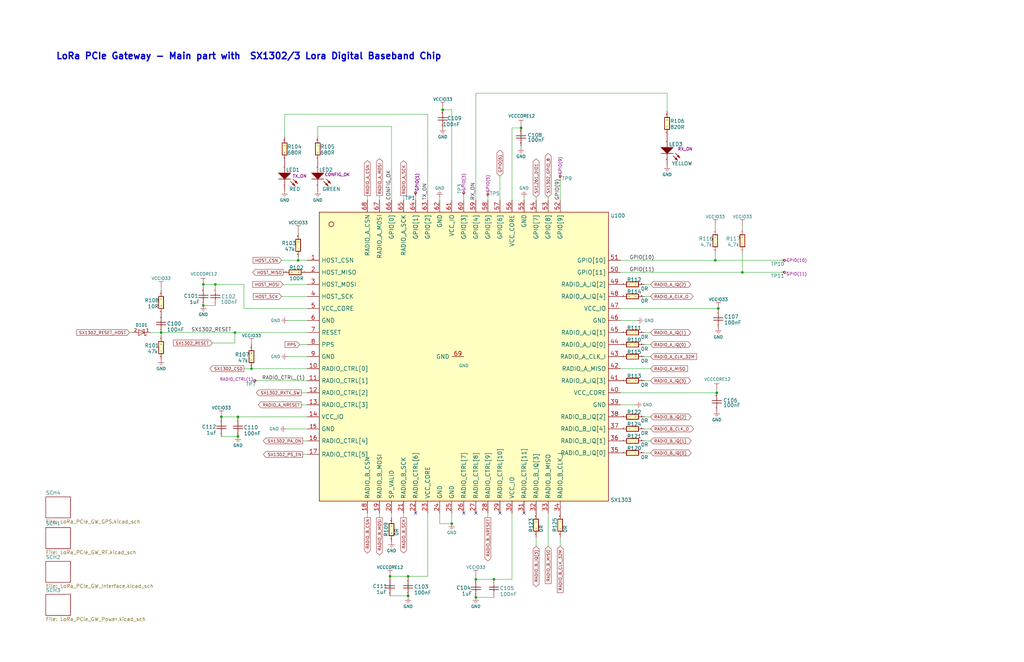
<source format=kicad_sch>
(kicad_sch (version 20230121) (generator eeschema)
  (paper "B")
  (title_block (title "LoRa PCIe Gateway Main") (date "2021-04-13") (rev "1.1") (company "Nebra Ltd") (comment 1 "SX1302/3 Schematic Part"))
  (junction (at 85.725 128.905))
  (junction (at 93.345 175.895))
  (junction (at 190.5 220.98))
  (junction (at 200.66 244.475))
  (junction (at 100.33 175.895))
  (junction (at 106.045 155.575))
  (junction (at 208.28 244.475))
  (junction (at 313.055 114.935))
  (junction (at 301.625 109.855))
  (junction (at 125.73 109.855))
  (junction (at 302.26 165.735))
  (junction (at 172.085 243.205))
  (junction (at 100.33 184.15))
  (junction (at 85.725 120.015))
  (junction (at 200.66 252.095))
  (junction (at 90.805 120.015))
  (junction (at 186.69 46.355))
  (junction (at 67.945 140.335))
  (junction (at 164.465 243.205))
  (junction (at 302.895 130.175))
  (junction (at 219.71 53.975))
  (junction (at 99.06 140.335))
  (junction (at 172.085 251.46))
  (no_connect (at 175.26 216.535))
  (no_connect (at 195.58 216.535))
  (no_connect (at 220.98 216.535))
  (no_connect (at 210.82 216.535))
  (no_connect (at 200.66 216.535))
  (wire (pts (xy 100.33 176.53) (xy 100.33 175.895)))
  (wire (pts (xy 165.1 216.535) (xy 165.1 218.44)))
  (wire (pts (xy 274.32 120.015) (xy 271.78 120.015)))
  (wire (pts (xy 190.5 46.355) (xy 190.5 84.455)))
  (wire (pts (xy 195.58 82.55) (xy 195.58 84.455)))
  (wire (pts (xy 261.62 130.175) (xy 302.895 130.175)))
  (wire (pts (xy 172.085 243.205) (xy 172.085 243.84)))
  (wire (pts (xy 219.71 61.595) (xy 219.71 62.23)))
  (wire (pts (xy 185.42 220.98) (xy 190.5 220.98)))
  (wire (pts (xy 129.54 191.77) (xy 127.635 191.77)))
  (wire (pts (xy 302.26 164.465) (xy 302.26 165.735)))
  (wire (pts (xy 85.725 120.015) (xy 85.725 121.285)))
  (wire (pts (xy 67.945 141.605) (xy 67.945 140.335)))
  (wire (pts (xy 129.54 150.495) (xy 121.285 150.495)))
  (wire (pts (xy 160.02 82.55) (xy 160.02 84.455)))
  (wire (pts (xy 185.42 216.535) (xy 185.42 220.98)))
  (wire (pts (xy 274.32 191.135) (xy 271.78 191.135)))
  (wire (pts (xy 185.42 83.185) (xy 185.42 84.455)))
  (wire (pts (xy 55.88 140.335) (xy 54.61 140.335)))
  (wire (pts (xy 102.87 120.015) (xy 102.87 130.175)))
  (wire (pts (xy 205.74 83.185) (xy 205.74 84.455)))
  (wire (pts (xy 205.74 216.535) (xy 205.74 218.44)))
  (wire (pts (xy 261.62 114.935) (xy 313.055 114.935)))
  (wire (pts (xy 172.085 251.46) (xy 172.085 252.095)))
  (wire (pts (xy 261.62 165.735) (xy 302.26 165.735)))
  (wire (pts (xy 200.66 39.37) (xy 281.305 39.37)))
  (wire (pts (xy 129.54 109.855) (xy 125.73 109.855)))
  (wire (pts (xy 215.9 84.455) (xy 215.9 53.975)))
  (wire (pts (xy 261.62 135.255) (xy 268.605 135.255)))
  (wire (pts (xy 231.14 230.505) (xy 231.14 216.535)))
  (wire (pts (xy 129.54 120.015) (xy 119.38 120.015)))
  (wire (pts (xy 274.32 160.655) (xy 271.78 160.655)))
  (wire (pts (xy 226.06 226.695) (xy 226.06 230.505)))
  (wire (pts (xy 274.32 145.415) (xy 271.78 145.415)))
  (wire (pts (xy 301.625 106.68) (xy 301.625 109.855)))
  (wire (pts (xy 99.06 140.335) (xy 129.54 140.335)))
  (wire (pts (xy 180.34 48.26) (xy 180.34 84.455)))
  (wire (pts (xy 154.94 82.55) (xy 154.94 84.455)))
  (wire (pts (xy 274.32 155.575) (xy 261.62 155.575)))
  (wire (pts (xy 302.895 130.175) (xy 302.895 130.81)))
  (wire (pts (xy 208.28 244.475) (xy 200.66 244.475)))
  (wire (pts (xy 219.71 53.34) (xy 219.71 53.975)))
  (wire (pts (xy 99.06 144.78) (xy 99.06 140.335)))
  (wire (pts (xy 129.54 160.655) (xy 108.585 160.655)))
  (wire (pts (xy 313.055 106.68) (xy 313.055 114.935)))
  (wire (pts (xy 90.805 120.015) (xy 85.725 120.015)))
  (wire (pts (xy 127.635 186.055) (xy 129.54 186.055)))
  (wire (pts (xy 89.535 144.78) (xy 99.06 144.78)))
  (wire (pts (xy 120.015 57.785) (xy 120.015 48.26)))
  (wire (pts (xy 127 165.735) (xy 129.54 165.735)))
  (wire (pts (xy 106.045 155.575) (xy 102.87 155.575)))
  (wire (pts (xy 102.87 130.175) (xy 129.54 130.175)))
  (wire (pts (xy 261.62 170.815) (xy 267.97 170.815)))
  (wire (pts (xy 90.805 121.285) (xy 90.805 120.015)))
  (wire (pts (xy 215.9 53.975) (xy 219.71 53.975)))
  (wire (pts (xy 93.345 184.15) (xy 100.33 184.15)))
  (wire (pts (xy 133.985 53.34) (xy 165.1 53.34)))
  (wire (pts (xy 281.305 39.37) (xy 281.305 46.99)))
  (wire (pts (xy 210.82 74.295) (xy 210.82 84.455)))
  (wire (pts (xy 301.625 96.52) (xy 301.625 95.25)))
  (wire (pts (xy 90.805 128.905) (xy 85.725 128.905)))
  (wire (pts (xy 154.94 216.535) (xy 154.94 218.44)))
  (wire (pts (xy 215.9 216.535) (xy 215.9 244.475)))
  (wire (pts (xy 274.32 150.495) (xy 271.78 150.495)))
  (wire (pts (xy 236.22 84.455) (xy 236.22 75.565)))
  (wire (pts (xy 274.32 175.895) (xy 271.78 175.895)))
  (wire (pts (xy 208.28 252.095) (xy 200.66 252.095)))
  (wire (pts (xy 175.26 82.55) (xy 175.26 84.455)))
  (wire (pts (xy 301.625 109.855) (xy 329.565 109.855)))
  (wire (pts (xy 274.32 180.975) (xy 271.78 180.975)))
  (wire (pts (xy 93.345 176.53) (xy 93.345 175.895)))
  (wire (pts (xy 215.9 244.475) (xy 208.28 244.475)))
  (wire (pts (xy 121.285 135.255) (xy 129.54 135.255)))
  (wire (pts (xy 236.22 226.695) (xy 236.22 230.505)))
  (wire (pts (xy 120.015 48.26) (xy 180.34 48.26)))
  (wire (pts (xy 274.32 186.055) (xy 271.78 186.055)))
  (wire (pts (xy 190.5 220.98) (xy 190.5 216.535)))
  (wire (pts (xy 164.465 243.205) (xy 172.085 243.205)))
  (wire (pts (xy 170.18 216.535) (xy 170.18 218.44)))
  (wire (pts (xy 170.18 82.55) (xy 170.18 84.455)))
  (wire (pts (xy 274.32 140.335) (xy 271.78 140.335)))
  (wire (pts (xy 164.465 251.46) (xy 172.085 251.46)))
  (wire (pts (xy 274.32 125.095) (xy 271.78 125.095)))
  (wire (pts (xy 220.98 83.185) (xy 220.98 84.455)))
  (wire (pts (xy 313.055 95.25) (xy 313.055 96.52)))
  (wire (pts (xy 125.73 108.585) (xy 125.73 109.855)))
  (wire (pts (xy 67.945 121.285) (xy 67.945 122.555)))
  (wire (pts (xy 160.02 216.535) (xy 160.02 218.44)))
  (wire (pts (xy 63.5 140.335) (xy 67.945 140.335)))
  (wire (pts (xy 164.465 243.205) (xy 164.465 243.84)))
  (wire (pts (xy 172.085 243.205) (xy 180.34 243.205)))
  (wire (pts (xy 226.06 84.455) (xy 226.06 83.185)))
  (wire (pts (xy 231.14 83.185) (xy 231.14 84.455)))
  (wire (pts (xy 129.54 125.095) (xy 118.745 125.095)))
  (wire (pts (xy 125.73 109.855) (xy 118.745 109.855)))
  (wire (pts (xy 90.805 120.015) (xy 102.87 120.015)))
  (wire (pts (xy 67.945 140.335) (xy 99.06 140.335)))
  (wire (pts (xy 129.54 170.815) (xy 127 170.815)))
  (wire (pts (xy 200.66 243.205) (xy 200.66 244.475)))
  (wire (pts (xy 180.34 243.205) (xy 180.34 216.535)))
  (wire (pts (xy 125.73 97.79) (xy 125.73 98.425)))
  (wire (pts (xy 200.66 84.455) (xy 200.66 39.37)))
  (wire (pts (xy 186.69 46.355) (xy 190.5 46.355)))
  (wire (pts (xy 261.62 109.855) (xy 301.625 109.855)))
  (wire (pts (xy 129.54 175.895) (xy 100.33 175.895)))
  (wire (pts (xy 120.65 180.975) (xy 129.54 180.975)))
  (wire (pts (xy 186.69 45.72) (xy 186.69 46.355)))
  (wire (pts (xy 100.33 175.895) (xy 93.345 175.895)))
  (wire (pts (xy 133.985 53.34) (xy 133.985 57.785)))
  (wire (pts (xy 165.1 53.34) (xy 165.1 84.455)))
  (wire (pts (xy 313.055 114.935) (xy 329.565 114.935)))
  (wire (pts (xy 129.54 155.575) (xy 106.045 155.575)))
  (wire (pts (xy 126.365 145.415) (xy 129.54 145.415)))
  (text "LoRa PCIe Gateway - Main part with  SX1302/3 Lora Digital Baseband Chip" (at 23.495 25.4 0) (effects (font (size 2.7432 2.7432) (thickness 0.5486) bold) (justify left bottom)))
  (label "GPIO(11)" (at 265.43 114.935 0) (effects (font (size 1.524 1.524))))
  (label "GPIO(10)" (at 265.43 109.855 0) (effects (font (size 1.524 1.524))))
  (label "RADIO_CTRL_(1)" (at 110.49 160.655 0) (effects (font (size 1.524 1.524))))
  (label "TX_ON" (at 180.34 84.455 90) (effects (font (size 1.524 1.524))))
  (label "CONFIG_OK" (at 165.1 84.455 90) (effects (font (size 1.524 1.524))))
  (label "SX1302_RESET" (at 80.645 140.335 0) (effects (font (size 1.524 1.524))))
  (label "GPIO(9)" (at 236.22 84.455 90) (effects (font (size 1.524 1.524))))
  (label "RX_ON" (at 200.66 84.455 90) (effects (font (size 1.524 1.524))))
  (global_label "SX1261_DIO1" (shape bidirectional) (at 226.06 83.185 90) (property "Intersheetrefs" "${INTERSHEET_REFS}" (effects hide)))
  (global_label "RADIO_B_CSN" (shape output) (at 154.94 218.44 270) (property "Intersheetrefs" "${INTERSHEET_REFS}" (effects hide)))
  (global_label "RADIO_B_IQ(1)" (shape bidirectional) (at 274.32 186.055 0) (property "Intersheetrefs" "${INTERSHEET_REFS}" (effects hide)))
  (global_label "RADIO_A_CLK_O" (shape bidirectional) (at 274.32 125.095 0) (property "Intersheetrefs" "${INTERSHEET_REFS}" (effects hide)))
  (global_label "RADIO_A_IQ(1)" (shape bidirectional) (at 274.32 140.335 0) (property "Intersheetrefs" "${INTERSHEET_REFS}" (effects hide)))
  (global_label "RADIO_B_IQ(3)" (shape bidirectional) (at 226.06 230.505 270) (property "Intersheetrefs" "${INTERSHEET_REFS}" (effects hide)))
  (global_label "HOST_CSN" (shape input) (at 118.745 109.855 180) (property "Intersheetrefs" "${INTERSHEET_REFS}" (effects hide)))
  (global_label "RADIO_B_IQ(2)" (shape bidirectional) (at 274.32 175.895 0) (property "Intersheetrefs" "${INTERSHEET_REFS}" (effects hide)))
  (global_label "RADIO_A_CLK_32M" (shape input) (at 274.32 150.495 0) (property "Intersheetrefs" "${INTERSHEET_REFS}" (effects hide)))
  (global_label "RADIO_B_CLK_32M" (shape input) (at 236.22 230.505 270) (property "Intersheetrefs" "${INTERSHEET_REFS}" (effects hide)))
  (global_label "SX1302_CSD" (shape output) (at 102.87 155.575 180) (property "Intersheetrefs" "${INTERSHEET_REFS}" (effects hide)))
  (global_label "HOST_SCK" (shape input) (at 118.745 125.095 180) (property "Intersheetrefs" "${INTERSHEET_REFS}" (effects hide)))
  (global_label "RADIO_A_IQ(3)" (shape bidirectional) (at 274.32 160.655 0) (property "Intersheetrefs" "${INTERSHEET_REFS}" (effects hide)))
  (global_label "SX1302_PS_EN" (shape output) (at 127.635 191.77 180) (property "Intersheetrefs" "${INTERSHEET_REFS}" (effects hide)))
  (global_label "RADIO_B_MOSI" (shape output) (at 160.02 218.44 270) (property "Intersheetrefs" "${INTERSHEET_REFS}" (effects hide)))
  (global_label "RADIO_A_IQ(2)" (shape bidirectional) (at 274.32 120.015 0) (property "Intersheetrefs" "${INTERSHEET_REFS}" (effects hide)))
  (global_label "RADIO_B_NRESET" (shape output) (at 205.74 218.44 270) (property "Intersheetrefs" "${INTERSHEET_REFS}" (effects hide)))
  (global_label "RADIO_A_MOSI" (shape output) (at 160.02 82.55 90) (property "Intersheetrefs" "${INTERSHEET_REFS}" (effects hide)))
  (global_label "RADIO_B_MISO" (shape input) (at 231.14 230.505 270) (property "Intersheetrefs" "${INTERSHEET_REFS}" (effects hide)))
  (global_label "SX1302_GPIO_8" (shape bidirectional) (at 231.14 83.185 90) (property "Intersheetrefs" "${INTERSHEET_REFS}" (effects hide)))
  (global_label "SX1302_RESET" (shape input) (at 89.535 144.78 180) (property "Intersheetrefs" "${INTERSHEET_REFS}" (effects hide)))
  (global_label "RADIO_B_CLK_O" (shape bidirectional) (at 274.32 180.975 0) (property "Intersheetrefs" "${INTERSHEET_REFS}" (effects hide)))
  (global_label "SX1302_PA_ON" (shape output) (at 127.635 186.055 180) (property "Intersheetrefs" "${INTERSHEET_REFS}" (effects hide)))
  (global_label "RADIO_A_NRESET" (shape output) (at 127 170.815 180) (property "Intersheetrefs" "${INTERSHEET_REFS}" (effects hide)))
  (global_label "RADIO_A_MISO" (shape input) (at 274.32 155.575 0) (property "Intersheetrefs" "${INTERSHEET_REFS}" (effects hide)))
  (global_label "HOST_MISO" (shape output) (at 119.38 114.935 180) (property "Intersheetrefs" "${INTERSHEET_REFS}" (effects hide)))
  (global_label "RADIO_A_IQ(0)" (shape bidirectional) (at 274.32 145.415 0) (property "Intersheetrefs" "${INTERSHEET_REFS}" (effects hide)))
  (global_label "RADIO_A_SCK" (shape output) (at 170.18 82.55 90) (property "Intersheetrefs" "${INTERSHEET_REFS}" (effects hide)))
  (global_label "PPS" (shape input) (at 126.365 145.415 180) (property "Intersheetrefs" "${INTERSHEET_REFS}" (effects hide)))
  (global_label "RADIO_B_SCK" (shape output) (at 170.18 218.44 270) (property "Intersheetrefs" "${INTERSHEET_REFS}" (effects hide)))
  (global_label "RADIO_B_IQ(0)" (shape bidirectional) (at 274.32 191.135 0) (property "Intersheetrefs" "${INTERSHEET_REFS}" (effects hide)))
  (global_label "SX1302_RXTX_SW" (shape output) (at 127 165.735 180) (property "Intersheetrefs" "${INTERSHEET_REFS}" (effects hide)))
  (global_label "GPIO(6)" (shape bidirectional) (at 210.82 74.295 90) (property "Intersheetrefs" "${INTERSHEET_REFS}" (effects hide)))
  (global_label "HOST_MOSI" (shape input) (at 119.38 120.015 180) (property "Intersheetrefs" "${INTERSHEET_REFS}" (effects hide)))
  (global_label "SX1302_RESET_HOST" (shape input) (at 54.61 140.335 180) (property "Intersheetrefs" "${INTERSHEET_REFS}" (effects hide)))
  (global_label "RADIO_A_CSN" (shape output) (at 154.94 82.55 90) (property "Intersheetrefs" "${INTERSHEET_REFS}" (effects hide)))
  (symbol (lib_id "LoRa_PCIe_GW-rescue:LED-") (at 281.305 57.15 270) (unit 1)
    (property "Reference" "LED3" (at 282.0416 61.7474 90) (effects (font (size 1.524 1.524)) (justify left bottom)))
    (property "Value" "YELLOW" (at 283.21 69.85 90) (effects (font (size 1.524 1.524)) (justify left bottom)))
    (property "Footprint" "LoRa_PCIe_GW:CD1005-0402-YELLOW" (effects hide))
    (property "Description" "Yellow 590nm LED Indication - Discrete 1.85V 0402 (1005 Metric)" (effects hide))
    (property "Manufacturer" "Kingbright" (effects hide))
    (property "Part Number" "APHHS1005LSYCK/J3-PF" (effects hide))
    (property "Price[1k]" "0.16" (effects hide))
    (property "Supplier Link" "https://www.digikey.com/en/products/detail/kingbright/APHHS1005LSYCK-J3-PF/7318978" (effects hide))
    (property "Label" "RX_ON" (at 288.925 62.865 90))
  )
  (symbol (lib_id "LoRa_PCIe_GW-rescue:Cap-") (at 302.26 173.355 90) (unit 1)
    (property "Reference" "C106" (at 304.9524 169.8752 90) (effects (font (size 1.524 1.524)) (justify right top)))
    (property "Value" "100nF" (at 304.9524 171.8564 90) (effects (font (size 1.524 1.524)) (justify right top)))
    (property "Footprint" "LoRa_PCIe_GW:ccer_201_smd_small" (effects hide))
    (property "Description" "0.1µF ±10% 16V Ceramic Capacitor X7S 0201 (0603 Metric)" (effects hide))
    (property "Manufacturer" "Murata" (effects hide))
    (property "Part Number" "GRM033C71C104KE14D" (effects hide))
    (property "Price[1k]" "0.01" (effects hide))
    (property "Supplier Link" "https://www.digikey.com/en/products/detail/murata-electronics/GRM033C71C104KE14D/5027472" (effects hide))
  )
  (symbol (lib_id "LoRa_PCIe_GW-rescue:Cap-") (at 172.085 251.46 90) (unit 1)
    (property "Reference" "C103" (at 174.5996 248.4374 90) (effects (font (size 1.524 1.524)) (justify right top)))
    (property "Value" "100nF" (at 174.5996 250.9774 90) (effects (font (size 1.524 1.524)) (justify right top)))
    (property "Footprint" "LoRa_PCIe_GW:ccer_201_smd_small" (effects hide))
    (property "Description" "0.1µF ±10% 16V Ceramic Capacitor X7S 0201 (0603 Metric)" (effects hide))
    (property "Manufacturer" "Murata" (effects hide))
    (property "Part Number" "GRM033C71C104KE14D" (effects hide))
    (property "Price[1k]" "0.01" (effects hide))
    (property "Supplier Link" "https://www.digikey.com/en/products/detail/murata-electronics/GRM033C71C104KE14D/5027472" (effects hide))
  )
  (symbol (lib_id "LoRa_PCIe_GW-rescue:Cap-") (at 186.69 53.975 90) (unit 1)
    (property "Reference" "C109" (at 188.595 50.8 90) (effects (font (size 1.524 1.524)) (justify right top)))
    (property "Value" "100nF" (at 186.69 53.34 90) (effects (font (size 1.524 1.524)) (justify right top)))
    (property "Footprint" "LoRa_PCIe_GW:ccer_201_smd_small" (effects hide))
    (property "Description" "0.1µF ±10% 16V Ceramic Capacitor X7S 0201 (0603 Metric)" (effects hide))
    (property "Manufacturer" "Murata" (effects hide))
    (property "Part Number" "GRM033C71C104KE14D" (effects hide))
    (property "Price[1k]" "0.01" (effects hide))
    (property "Supplier Link" "https://www.digikey.com/en/products/detail/murata-electronics/GRM033C71C104KE14D/5027472" (effects hide))
  )
  (symbol (lib_id "LoRa_PCIe_GW-rescue:Cap-") (at 100.33 184.15 90) (unit 1)
    (property "Reference" "C110" (at 102.743 181.2544 90) (effects (font (size 1.524 1.524)) (justify right top)))
    (property "Value" "100nF" (at 102.743 183.7944 90) (effects (font (size 1.524 1.524)) (justify right top)))
    (property "Footprint" "LoRa_PCIe_GW:ccer_201_smd_small" (effects hide))
    (property "Description" "0.1µF ±10% 16V Ceramic Capacitor X7S 0201 (0603 Metric)" (effects hide))
    (property "Manufacturer" "Murata" (effects hide))
    (property "Part Number" "GRM033C71C104KE14D" (effects hide))
    (property "Price[1k]" "0.01" (effects hide))
    (property "Supplier Link" "https://www.digikey.com/en/products/detail/murata-electronics/GRM033C71C104KE14D/5027472" (effects hide))
  )
  (symbol (lib_id "LoRa_PCIe_GW-rescue:Resistor-") (at 313.055 106.68 90) (unit 1)
    (property "Reference" "R117" (at 306.07 101.6 90) (effects (font (size 1.524 1.524)) (justify right top)))
    (property "Value" "4.7k" (at 306.705 104.14 90) (effects (font (size 1.524 1.524)) (justify right top)))
    (property "Footprint" "LoRa_PCIe_GW:rlc_201_smd_small" (effects hide))
    (property "Description" "4.7 kOhms ±1% 0.05W, 1/20W Chip Resistor 0201 (0603 Metric)  Thick Film" (effects hide))
    (property "Manufacturer" "Vishay Dale" (effects hide))
    (property "Part Number" "CRCW02014K70FNED" (effects hide))
    (property "Price[1k]" "0.011" (effects hide))
    (property "Supplier Link" "https://www.digikey.com/en/products/detail/vishay-dale/CRCW02014K70FNED/1199881?s=N4IgTCBcDaIMICU4HUAMZUEYAsBpA7KgGIByAogCIgC6AvkA" (effects hide))
  )
  (symbol (lib_id "LoRa_PCIe_GW-rescue:Resistor-") (at 301.625 106.68 90) (unit 1)
    (property "Reference" "R116" (at 294.64 101.6 90) (effects (font (size 1.524 1.524)) (justify right top)))
    (property "Value" "4.7k" (at 295.275 104.14 90) (effects (font (size 1.524 1.524)) (justify right top)))
    (property "Footprint" "LoRa_PCIe_GW:rlc_201_smd_small" (effects hide))
    (property "Description" "4.7 kOhms ±1% 0.05W, 1/20W Chip Resistor 0201 (0603 Metric)  Thick Film" (effects hide))
    (property "Manufacturer" "Vishay Dale" (effects hide))
    (property "Part Number" "CRCW02014K70FNED" (effects hide))
    (property "Price[1k]" "0.011" (effects hide))
    (property "Supplier Link" "https://www.digikey.com/en/products/detail/vishay-dale/CRCW02014K70FNED/1199881?s=N4IgTCBcDaIMICU4HUAMZUEYAsBpA7KgGIByAogCIgC6AvkA" (effects hide))
  )
  (symbol (lib_id "LoRa_PCIe_GW-rescue:test_pin-") (at 330.835 114.935 180) (unit 1)
    (property "Reference" "TP11" (at 330.835 115.57 0) (effects (font (size 1.524 1.524)) (justify left bottom)))
    (property "Value" "NC" (effects hide))
    (property "Footprint" "LoRa_PCIe_GW:PIN_SMD" (effects hide))
    (property "Label" "GPIO(11)" (at 335.915 115.57 0))
  )
  (symbol (lib_id "LoRa_PCIe_GW-rescue:Resistor-") (at 165.1 228.6 90) (unit 1)
    (property "Reference" "R109" (at 161.925 220.345 0) (effects (font (size 1.524 1.524)) (justify right top)))
    (property "Value" "0R" (at 166.37 222.885 0) (effects (font (size 1.524 1.524)) (justify right top)))
    (property "Footprint" "LoRa_PCIe_GW:rlc_201_smd_small" (effects hide))
    (property "Description" "0 Ohms Jumper 0.05W, 1/20W Chip Resistor 0201 (0603 Metric)  Thick Film" (effects hide))
    (property "Manufacturer" "Vishay Dale" (effects hide))
    (property "Part Number" "CRCW02010000Z0ED" (effects hide))
    (property "Price[1k]" "0.006" (effects hide))
    (property "Supplier Link" "https://www.digikey.com/en/products/detail/vishay-dale/CRCW02010000Z0ED/1178434?s=N4IgTCBcDaIMICU4HUAMZUEZU9QLVQFEAREAXQF8g" (effects hide))
  )
  (symbol (lib_id "LoRa_PCIe_GW-rescue:Cap-") (at 93.345 184.15 90) (unit 1)
    (property "Reference" "C112" (at 85.09 180.975 90) (effects (font (size 1.524 1.524)) (justify right top)))
    (property "Value" "1uF" (at 86.995 183.515 90) (effects (font (size 1.524 1.524)) (justify right top)))
    (property "Footprint" "LoRa_PCIe_GW:ccer_402_smd_small" (effects hide))
    (property "Description" "1µF ±20% 10V Ceramic Capacitor X5R 0402 (1005 Metric)" (effects hide))
    (property "Manufacturer" "Murata" (effects hide))
    (property "Part Number" "GRM153R61A105ME95D" (effects hide))
    (property "Price[1k]" "0.038" (effects hide))
    (property "Supplier Link" "https://www.digikey.com/en/products/detail/murata-electronics/GRM153R61A105ME95D/4904820" (effects hide))
  )
  (symbol (lib_id "LoRa_PCIe_GW-rescue:Cap-") (at 164.465 251.46 90) (unit 1)
    (property "Reference" "C111" (at 157.1752 248.2342 90) (effects (font (size 1.524 1.524)) (justify right top)))
    (property "Value" "1uF" (at 158.6738 250.7488 90) (effects (font (size 1.524 1.524)) (justify right top)))
    (property "Footprint" "LoRa_PCIe_GW:ccer_402_smd_small" (effects hide))
    (property "Description" "1µF ±20% 10V Ceramic Capacitor X5R 0402 (1005 Metric)" (effects hide))
    (property "Manufacturer" "Murata" (effects hide))
    (property "Part Number" "GRM153R61A105ME95D" (effects hide))
    (property "Price[1k]" "0.038" (effects hide))
    (property "Supplier Link" "https://www.digikey.com/en/products/detail/murata-electronics/GRM153R61A105ME95D/4904820" (effects hide))
  )
  (symbol (lib_id "LoRa_PCIe_GW-rescue:test_pin-") (at 175.26 81.28 270) (unit 1)
    (property "Reference" "TP1" (at 170.815 84.455 90) (effects (font (size 1.524 1.524)) (justify left bottom)))
    (property "Value" "NC" (effects hide))
    (property "Footprint" "LoRa_PCIe_GW:PIN_SMD" (effects hide))
    (property "Label" "GPIO(1)" (at 175.895 76.835 0))
  )
  (symbol (lib_id "LoRa_PCIe_GW-rescue:Resistor-") (at 261.62 191.135 0) (unit 1)
    (property "Reference" "R120" (at 264.3632 190.0174 0) (effects (font (size 1.524 1.524)) (justify left bottom)))
    (property "Value" "0R" (at 270.1798 193.8528 0) (effects (font (size 1.524 1.524)) (justify left bottom)))
    (property "Footprint" "LoRa_PCIe_GW:rlc_201_smd_small" (effects hide))
    (property "Description" "0 Ohms Jumper 0.05W, 1/20W Chip Resistor 0201 (0603 Metric)  Thick Film" (effects hide))
    (property "Manufacturer" "Vishay Dale" (effects hide))
    (property "Part Number" "CRCW02010000Z0ED" (effects hide))
    (property "Price[1k]" "0.006" (effects hide))
    (property "Supplier Link" "https://www.digikey.com/en/products/detail/vishay-dale/CRCW02010000Z0ED/1178434?s=N4IgTCBcDaIMICU4HUAMZUEZU9QLVQFEAREAXQF8g" (effects hide))
  )
  (symbol (lib_id "LoRa_PCIe_GW-rescue:Cap-") (at 90.805 128.905 90) (unit 1)
    (property "Reference" "C102" (at 93.2688 126.0094 90) (effects (font (size 1.524 1.524)) (justify right top)))
    (property "Value" "100nF" (at 92.9894 128.3208 90) (effects (font (size 1.524 1.524)) (justify right top)))
    (property "Footprint" "LoRa_PCIe_GW:ccer_201_smd_small" (effects hide))
    (property "Description" "0.1µF ±10% 16V Ceramic Capacitor X7S 0201 (0603 Metric)" (effects hide))
    (property "Manufacturer" "Murata" (effects hide))
    (property "Part Number" "GRM033C71C104KE14D" (effects hide))
    (property "Price[1k]" "0.01" (effects hide))
    (property "Supplier Link" "https://www.digikey.com/en/products/detail/murata-electronics/GRM033C71C104KE14D/5027472" (effects hide))
  )
  (symbol (lib_id "LoRa_PCIe_GW-rescue:Resistor-") (at 261.62 186.055 0) (unit 1)
    (property "Reference" "R121" (at 264.3632 184.9374 0) (effects (font (size 1.524 1.524)) (justify left bottom)))
    (property "Value" "0R" (at 270.1798 188.5188 0) (effects (font (size 1.524 1.524)) (justify left bottom)))
    (property "Footprint" "LoRa_PCIe_GW:rlc_201_smd_small" (effects hide))
    (property "Description" "0 Ohms Jumper 0.05W, 1/20W Chip Resistor 0201 (0603 Metric)  Thick Film" (effects hide))
    (property "Manufacturer" "Vishay Dale" (effects hide))
    (property "Part Number" "CRCW02010000Z0ED" (effects hide))
    (property "Price[1k]" "0.006" (effects hide))
    (property "Supplier Link" "https://www.digikey.com/en/products/detail/vishay-dale/CRCW02010000Z0ED/1178434?s=N4IgTCBcDaIMICU4HUAMZUEZU9QLVQFEAREAXQF8g" (effects hide))
  )
  (symbol (lib_id "LoRa_PCIe_GW-rescue:test_pin-") (at 330.835 109.855 180) (unit 1)
    (property "Reference" "TP10" (at 330.835 110.49 0) (effects (font (size 1.524 1.524)) (justify left bottom)))
    (property "Value" "NC" (effects hide))
    (property "Footprint" "LoRa_PCIe_GW:PIN_SMD" (effects hide))
    (property "Label" "GPIO(10)" (at 335.915 109.855 0))
  )
  (symbol (lib_id "LoRa_PCIe_GW-rescue:Resistor-") (at 236.22 226.695 90) (unit 1)
    (property "Reference" "R125" (at 233.045 218.44 0) (effects (font (size 1.524 1.524)) (justify right top)))
    (property "Value" "0R" (at 237.49 221.615 0) (effects (font (size 1.524 1.524)) (justify right top)))
    (property "Footprint" "LoRa_PCIe_GW:rlc_201_smd_small" (effects hide))
    (property "Description" "0 Ohms Jumper 0.05W, 1/20W Chip Resistor 0201 (0603 Metric)  Thick Film" (effects hide))
    (property "Manufacturer" "Vishay Dale" (effects hide))
    (property "Part Number" "CRCW02010000Z0ED" (effects hide))
    (property "Price[1k]" "0.006" (effects hide))
    (property "Supplier Link" "https://www.digikey.com/en/products/detail/vishay-dale/CRCW02010000Z0ED/1178434?s=N4IgTCBcDaIMICU4HUAMZUEZU9QLVQFEAREAXQF8g" (effects hide))
  )
  (symbol (lib_id "LoRa_PCIe_GW-rescue:Resistor-") (at 226.06 226.695 90) (unit 1)
    (property "Reference" "R123" (at 224.79 224.663 0) (effects (font (size 1.524 1.524)) (justify left bottom)))
    (property "Value" "0R" (at 227.33 221.488 0) (effects (font (size 1.524 1.524)) (justify right top)))
    (property "Footprint" "LoRa_PCIe_GW:rlc_201_smd_small" (effects hide))
    (property "Description" "0 Ohms Jumper 0.05W, 1/20W Chip Resistor 0201 (0603 Metric)  Thick Film" (effects hide))
    (property "Manufacturer" "Vishay Dale" (effects hide))
    (property "Part Number" "CRCW02010000Z0ED" (effects hide))
    (property "Price[1k]" "0.006" (effects hide))
    (property "Supplier Link" "https://www.digikey.com/en/products/detail/vishay-dale/CRCW02010000Z0ED/1178434?s=N4IgTCBcDaIMICU4HUAMZUEZU9QLVQFEAREAXQF8g" (effects hide))
  )
  (symbol (lib_id "LoRa_PCIe_GW-rescue:Resistor-") (at 261.62 120.015 0) (unit 1)
    (property "Reference" "R112" (at 264.3632 118.8974 0) (effects (font (size 1.524 1.524)) (justify left bottom)))
    (property "Value" "0R" (at 270.1798 122.7328 0) (effects (font (size 1.524 1.524)) (justify left bottom)))
    (property "Footprint" "LoRa_PCIe_GW:rlc_201_smd_small" (effects hide))
    (property "Description" "0 Ohms Jumper 0.05W, 1/20W Chip Resistor 0201 (0603 Metric)  Thick Film" (effects hide))
    (property "Manufacturer" "Vishay Dale" (effects hide))
    (property "Part Number" "CRCW02010000Z0ED" (effects hide))
    (property "Price[1k]" "0.006" (effects hide))
    (property "Supplier Link" "https://www.digikey.com/en/products/detail/vishay-dale/CRCW02010000Z0ED/1178434?s=N4IgTCBcDaIMICU4HUAMZUEZU9QLVQFEAREAXQF8g" (effects hide))
  )
  (symbol (lib_id "LoRa_PCIe_GW-rescue:Resistor-") (at 261.62 150.495 0) (unit 1)
    (property "Reference" "R115" (at 264.3632 149.3774 0) (effects (font (size 1.524 1.524)) (justify left bottom)))
    (property "Value" "0R" (at 270.1798 153.2128 0) (effects (font (size 1.524 1.524)) (justify left bottom)))
    (property "Footprint" "LoRa_PCIe_GW:rlc_201_smd_small" (effects hide))
    (property "Description" "0 Ohms Jumper 0.05W, 1/20W Chip Resistor 0201 (0603 Metric)  Thick Film" (effects hide))
    (property "Manufacturer" "Vishay Dale" (effects hide))
    (property "Part Number" "CRCW02010000Z0ED" (effects hide))
    (property "Price[1k]" "0.006" (effects hide))
    (property "Supplier Link" "https://www.digikey.com/en/products/detail/vishay-dale/CRCW02010000Z0ED/1178434?s=N4IgTCBcDaIMICU4HUAMZUEZU9QLVQFEAREAXQF8g" (effects hide))
  )
  (symbol (lib_id "LoRa_PCIe_GW-rescue:Resistor-") (at 261.62 140.335 0) (unit 1)
    (property "Reference" "R111" (at 264.3632 139.2174 0) (effects (font (size 1.524 1.524)) (justify left bottom)))
    (property "Value" "0R" (at 270.1798 143.0528 0) (effects (font (size 1.524 1.524)) (justify left bottom)))
    (property "Footprint" "LoRa_PCIe_GW:rlc_201_smd_small" (effects hide))
    (property "Description" "0 Ohms Jumper 0.05W, 1/20W Chip Resistor 0201 (0603 Metric)  Thick Film" (effects hide))
    (property "Manufacturer" "Vishay Dale" (effects hide))
    (property "Part Number" "CRCW02010000Z0ED" (effects hide))
    (property "Price[1k]" "0.006" (effects hide))
    (property "Supplier Link" "https://www.digikey.com/en/products/detail/vishay-dale/CRCW02010000Z0ED/1178434?s=N4IgTCBcDaIMICU4HUAMZUEZU9QLVQFEAREAXQF8g" (effects hide))
  )
  (symbol (lib_id "LoRa_PCIe_GW-rescue:Resistor-") (at 261.62 145.415 0) (unit 1)
    (property "Reference" "R110" (at 264.3632 144.2974 0) (effects (font (size 1.524 1.524)) (justify left bottom)))
    (property "Value" "0R" (at 270.1798 148.1328 0) (effects (font (size 1.524 1.524)) (justify left bottom)))
    (property "Footprint" "LoRa_PCIe_GW:rlc_201_smd_small" (effects hide))
    (property "Description" "0 Ohms Jumper 0.05W, 1/20W Chip Resistor 0201 (0603 Metric)  Thick Film" (effects hide))
    (property "Manufacturer" "Vishay Dale" (effects hide))
    (property "Part Number" "CRCW02010000Z0ED" (effects hide))
    (property "Price[1k]" "0.006" (effects hide))
    (property "Supplier Link" "https://www.digikey.com/en/products/detail/vishay-dale/CRCW02010000Z0ED/1178434?s=N4IgTCBcDaIMICU4HUAMZUEZU9QLVQFEAREAXQF8g" (effects hide))
  )
  (symbol (lib_id "LoRa_PCIe_GW-rescue:Resistor-") (at 129.54 114.935 180) (unit 1)
    (property "Reference" "R102" (at 121.9454 113.792 0) (effects (font (size 1.524 1.524)) (justify right top)))
    (property "Value" "100R" (at 121.9454 118.364 0) (effects (font (size 1.524 1.524)) (justify right top)))
    (property "Footprint" "LoRa_PCIe_GW:rlc_201_smd_small" (effects hide))
    (property "Description" "100 Ohms ±1% 0.05W, 1/20W Chip Resistor 0201 (0603 Metric)  Thick Film" (effects hide))
    (property "Manufacturer" "Vishay Dale" (effects hide))
    (property "Part Number" "CRCW0201100R" (effects hide))
    (property "Price[1k]" "0.037" (effects hide))
    (property "Supplier Link" "https://www.digikey.com/en/products/detail/vishay-dale/CRCW0201100RFKED/1967973" (effects hide))
  )
  (symbol (lib_id "LoRa_PCIe_GW-rescue:Cap-") (at 85.725 128.905 90) (unit 1)
    (property "Reference" "C101" (at 77.47 125.73 90) (effects (font (size 1.524 1.524)) (justify right top)))
    (property "Value" "1uF" (at 79.8576 128.3208 90) (effects (font (size 1.524 1.524)) (justify right top)))
    (property "Footprint" "LoRa_PCIe_GW:ccer_402_smd_small" (effects hide))
    (property "Description" "1µF ±20% 10V Ceramic Capacitor X5R 0402 (1005 Metric)" (effects hide))
    (property "Manufacturer" "Murata" (effects hide))
    (property "Part Number" "GRM153R61A105ME95D" (effects hide))
    (property "Price[1k]" "0.038" (effects hide))
    (property "Supplier Link" "https://www.digikey.com/en/products/detail/murata-electronics/GRM153R61A105ME95D/4904820" (effects hide))
  )
  (symbol (lib_id "LoRa_PCIe_GW-rescue:test_pin-") (at 205.74 81.915 270) (unit 1)
    (property "Reference" "TP5" (at 206.375 82.55 90) (effects (font (size 1.524 1.524)) (justify left bottom)))
    (property "Value" "NC" (effects hide))
    (property "Footprint" "LoRa_PCIe_GW:PIN_SMD" (effects hide))
    (property "Label" "GPIO(5)" (at 205.74 77.47 0))
  )
  (symbol (lib_id "LoRa_PCIe_GW-rescue:Resistor-") (at 261.62 180.975 0) (unit 1)
    (property "Reference" "R124" (at 264.3632 179.8574 0) (effects (font (size 1.524 1.524)) (justify left bottom)))
    (property "Value" "0R" (at 270.1798 183.6928 0) (effects (font (size 1.524 1.524)) (justify left bottom)))
    (property "Footprint" "LoRa_PCIe_GW:rlc_201_smd_small" (effects hide))
    (property "Description" "0 Ohms Jumper 0.05W, 1/20W Chip Resistor 0201 (0603 Metric)  Thick Film" (effects hide))
    (property "Manufacturer" "Vishay Dale" (effects hide))
    (property "Part Number" "CRCW02010000Z0ED" (effects hide))
    (property "Price[1k]" "0.006" (effects hide))
    (property "Supplier Link" "https://www.digikey.com/en/products/detail/vishay-dale/CRCW02010000Z0ED/1178434?s=N4IgTCBcDaIMICU4HUAMZUEZU9QLVQFEAREAXQF8g" (effects hide))
  )
  (symbol (lib_id "LoRa_PCIe_GW-rescue:Resistor-") (at 261.62 125.095 0) (unit 1)
    (property "Reference" "R114" (at 264.3632 123.9774 0) (effects (font (size 1.524 1.524)) (justify left bottom)))
    (property "Value" "0R" (at 270.1798 127.8128 0) (effects (font (size 1.524 1.524)) (justify left bottom)))
    (property "Footprint" "LoRa_PCIe_GW:rlc_201_smd_small" (effects hide))
    (property "Description" "0 Ohms Jumper 0.05W, 1/20W Chip Resistor 0201 (0603 Metric)  Thick Film" (effects hide))
    (property "Manufacturer" "Vishay Dale" (effects hide))
    (property "Part Number" "CRCW02010000Z0ED" (effects hide))
    (property "Price[1k]" "0.006" (effects hide))
    (property "Supplier Link" "https://www.digikey.com/en/products/detail/vishay-dale/CRCW02010000Z0ED/1178434?s=N4IgTCBcDaIMICU4HUAMZUEZU9QLVQFEAREAXQF8g" (effects hide))
  )
  (symbol (lib_id "LoRa_PCIe_GW-rescue:test_pin-") (at 107.315 160.655 0) (unit 1)
    (property "Reference" "TP7" (at 107.95 161.29 0) (effects (font (size 1.524 1.524)) (justify right top)))
    (property "Value" "NC" (effects hide))
    (property "Footprint" "LoRa_PCIe_GW:PIN_SMD" (effects hide))
    (property "Label" "RADIO_CTRL(1)" (at 99.695 160.02 0))
  )
  (symbol (lib_id "LoRa_PCIe_GW-rescue:Resistor-") (at 125.73 108.585 90) (unit 1)
    (property "Reference" "R103" (at 118.745 103.505 90) (effects (font (size 1.524 1.524)) (justify right top)))
    (property "Value" "47k" (at 120.015 106.045 90) (effects (font (size 1.524 1.524)) (justify right top)))
    (property "Footprint" "LoRa_PCIe_GW:rlc_201_smd_small" (effects hide))
    (property "Description" "47 kOhms ±5% 0.05W, 1/20W Chip Resistor 0201  Thick Film" (effects hide))
    (property "Manufacturer" "Vishay Dale" (effects hide))
    (property "Part Number" "CRCW020147K0" (effects hide))
    (property "Price[1k]" "0.039" (effects hide))
    (property "Supplier Link" "https://www.digikey.com/en/products/detail/vishay-dale/CRCW020147K0FKED/1968131" (effects hide))
  )
  (symbol (lib_id "LoRa_PCIe_GW-rescue:Resistor-") (at 133.985 67.945 90) (unit 1)
    (property "Reference" "R105" (at 135.0264 62.7634 90) (effects (font (size 1.524 1.524)) (justify right top)))
    (property "Value" "680R" (at 135.0264 65.3034 90) (effects (font (size 1.524 1.524)) (justify right top)))
    (property "Footprint" "LoRa_PCIe_GW:rlc_201_smd_small" (effects hide))
    (property "Description" "680 Ohms ±1% 0.05W, 1/20W Chip Resistor 0201 (0603 Metric)  Thick Film" (effects hide))
    (property "Manufacturer" "Vishay Dale" (effects hide))
    (property "Part Number" "CRCW0201680R" (effects hide))
    (property "Price[1k]" "0.011" (effects hide))
    (property "Supplier Link" "https://www.digikey.com/en/products/detail/vishay-dale/CRCW0201680RFNED/1199791" (effects hide))
  )
  (symbol (lib_id "LoRa_PCIe_GW-rescue:LED-") (at 133.985 67.945 270) (unit 1)
    (property "Reference" "LED2" (at 134.493 72.5424 90) (effects (font (size 1.524 1.524)) (justify left bottom)))
    (property "Value" "GREEN" (at 135.89 80.645 90) (effects (font (size 1.524 1.524)) (justify left bottom)))
    (property "Footprint" "LoRa_PCIe_GW:CD1005-0402" (effects hide))
    (property "Description" "Green 570nm LED Indication - Discrete 1.9V 0402 (1005 Metric)" (effects hide))
    (property "Manufacturer" "Kingbright" (effects hide))
    (property "Part Number" "APHHS1005LCGCK" (effects hide))
    (property "Price[1k]" "0.11" (effects hide))
    (property "Supplier Link" "https://www.digikey.com/en/products/detail/kingbright/APHHS1005LCGCK/7318974" (effects hide))
    (property "Label" "CONFIG_OK" (at 142.24 73.66 90))
  )
  (symbol (lib_id "LoRa_PCIe_GW-rescue:Cap-") (at 208.28 252.095 90) (unit 1)
    (property "Reference" "C105" (at 210.7184 249.0724 90) (effects (font (size 1.524 1.524)) (justify right top)))
    (property "Value" "100nF" (at 210.7184 251.6124 90) (effects (font (size 1.524 1.524)) (justify right top)))
    (property "Footprint" "LoRa_PCIe_GW:ccer_201_smd_small" (effects hide))
    (property "Description" "0.1µF ±10% 16V Ceramic Capacitor X7S 0201 (0603 Metric)" (effects hide))
    (property "Manufacturer" "Murata" (effects hide))
    (property "Part Number" "GRM033C71C104KE14D" (effects hide))
    (property "Price[1k]" "0.01" (effects hide))
    (property "Supplier Link" "https://www.digikey.com/en/products/detail/murata-electronics/GRM033C71C104KE14D/5027472" (effects hide))
  )
  (symbol (lib_id "LoRa_PCIe_GW-rescue:test_pin-") (at 236.22 74.295 270) (unit 1)
    (property "Reference" "TP9" (at 236.855 76.2 90) (effects (font (size 1.524 1.524)) (justify left bottom)))
    (property "Value" "NC" (effects hide))
    (property "Footprint" "LoRa_PCIe_GW:PIN_SMD" (effects hide))
    (property "Label" "GPIO(9)" (at 236.22 69.85 0))
  )
  (symbol (lib_id "LoRa_PCIe_GW-rescue:Resistor-") (at 261.62 175.895 0) (unit 1)
    (property "Reference" "R122" (at 264.3632 174.7774 0) (effects (font (size 1.524 1.524)) (justify left bottom)))
    (property "Value" "0R" (at 270.1798 178.3588 0) (effects (font (size 1.524 1.524)) (justify left bottom)))
    (property "Footprint" "LoRa_PCIe_GW:rlc_201_smd_small" (effects hide))
    (property "Description" "0 Ohms Jumper 0.05W, 1/20W Chip Resistor 0201 (0603 Metric)  Thick Film" (effects hide))
    (property "Manufacturer" "Vishay Dale" (effects hide))
    (property "Part Number" "CRCW02010000Z0ED" (effects hide))
    (property "Price[1k]" "0.006" (effects hide))
    (property "Supplier Link" "https://www.digikey.com/en/products/detail/vishay-dale/CRCW02010000Z0ED/1178434?s=N4IgTCBcDaIMICU4HUAMZUEZU9QLVQFEAREAXQF8g" (effects hide))
  )
  (symbol (lib_id "LoRa_PCIe_GW-rescue:Resistor-") (at 120.015 67.945 90) (unit 1)
    (property "Reference" "R104" (at 121.1072 62.7634 90) (effects (font (size 1.524 1.524)) (justify right top)))
    (property "Value" "680R" (at 121.1072 65.3034 90) (effects (font (size 1.524 1.524)) (justify right top)))
    (property "Footprint" "LoRa_PCIe_GW:rlc_201_smd_small" (effects hide))
    (property "Description" "680 Ohms ±1% 0.05W, 1/20W Chip Resistor 0201 (0603 Metric)  Thick Film" (effects hide))
    (property "Manufacturer" "Vishay Dale" (effects hide))
    (property "Part Number" "CRCW0201680R" (effects hide))
    (property "Price[1k]" "0.011" (effects hide))
    (property "Supplier Link" "https://www.digikey.com/en/products/detail/vishay-dale/CRCW0201680RFNED/1199791" (effects hide))
  )
  (symbol (lib_id "LoRa_PCIe_GW-rescue:LED-") (at 120.015 67.945 270) (unit 1)
    (property "Reference" "LED1" (at 120.5484 72.5424 90) (effects (font (size 1.524 1.524)) (justify left bottom)))
    (property "Value" "RED" (at 121.92 80.645 90) (effects (font (size 1.524 1.524)) (justify left bottom)))
    (property "Footprint" "LoRa_PCIe_GW:CD1005-0402-RED" (effects hide))
    (property "Description" "Red 630nm LED Indication - Discrete 1.95V 0402 (1005 Metric)" (effects hide))
    (property "Manufacturer" "Kingbright" (effects hide))
    (property "Part Number" "APHHS1005SURCK" (effects hide))
    (property "Price[1k]" "0.12" (effects hide))
    (property "Supplier Link" "https://www.digikey.com/en/products/detail/kingbright/APHHS1005SURCK/1747502" (effects hide))
    (property "Label" "TX_ON" (at 126.365 74.295 90))
  )
  (symbol (lib_id "LoRa_PCIe_GW-rescue:Cap-") (at 200.66 252.095 90) (unit 1)
    (property "Reference" "C104" (at 192.405 248.92 90) (effects (font (size 1.524 1.524)) (justify right top)))
    (property "Value" "1uF" (at 194.691 251.3584 90) (effects (font (size 1.524 1.524)) (justify right top)))
    (property "Footprint" "LoRa_PCIe_GW:ccer_402_smd_small" (effects hide))
    (property "Description" "1µF ±20% 10V Ceramic Capacitor X5R 0402 (1005 Metric)" (effects hide))
    (property "Manufacturer" "Murata" (effects hide))
    (property "Part Number" "GRM153R61A105ME95D" (effects hide))
    (property "Price[1k]" "0.038" (effects hide))
    (property "Supplier Link" "https://www.digikey.com/en/products/detail/murata-electronics/GRM153R61A105ME95D/4904820" (effects hide))
  )
  (symbol (lib_id "LoRa_PCIe_GW-rescue:Cap-") (at 302.895 138.43 90) (unit 1)
    (property "Reference" "C107" (at 305.3334 134.493 90) (effects (font (size 1.524 1.524)) (justify right top)))
    (property "Value" "100nF" (at 305.3334 137.0076 90) (effects (font (size 1.524 1.524)) (justify right top)))
    (property "Footprint" "LoRa_PCIe_GW:ccer_201_smd_small" (effects hide))
    (property "Description" "0.1µF ±10% 16V Ceramic Capacitor X7S 0201 (0603 Metric)" (effects hide))
    (property "Manufacturer" "Murata" (effects hide))
    (property "Part Number" "GRM033C71C104KE14D" (effects hide))
    (property "Price[1k]" "0.01" (effects hide))
    (property "Supplier Link" "https://www.digikey.com/en/products/detail/murata-electronics/GRM033C71C104KE14D/5027472" (effects hide))
  )
  (symbol (lib_id "LoRa_PCIe_GW-rescue:SX1303") (at 195.58 150.495 0) (unit 1)
    (property "Reference" "U100" (at 257.429 91.8718 0) (effects (font (size 1.524 1.524)) (justify left bottom)))
    (property "Value" "SX1303" (at 257.429 211.8614 0) (effects (font (size 1.524 1.524)) (justify left bottom)))
    (property "Footprint" "LoRa_PCIe_GW:vqfn68_7x7mm" (effects hide))
    (property "Datasheet" "https://semtech.my.salesforce.com/sfc/p/#E0000000JelG/a/2R000000Hlli/Te0cB6.fNWAPfxRfoFz38R6LOTf3sLAJhD4CpS2RwFc" (effects hide))
    (property "Description" "Digital Baseband Chip for LoRaWAN network gateways" (effects hide))
    (property "Manufacturer" "Semtech Corporation" (effects hide))
    (property "Part Number" "SX1303IMLTRT" (effects hide))
    (property "Price[1k]" "20" (effects hide))
    (property "Supplier Link" "https://www.digikey.com/en/products/detail/semtech-corporation/SX1303IMLTRT/13419419?s=N4IgTCBcDaIM4A8CMBmADCkBdAvkA" (effects hide))
  )
  (symbol (lib_id "LoRa_PCIe_GW-rescue:Resistor-") (at 261.62 160.655 0) (unit 1)
    (property "Reference" "R113" (at 264.3632 159.5374 0) (effects (font (size 1.524 1.524)) (justify left bottom)))
    (property "Value" "0R" (at 270.1798 163.3728 0) (effects (font (size 1.524 1.524)) (justify left bottom)))
    (property "Footprint" "LoRa_PCIe_GW:rlc_201_smd_small" (effects hide))
    (property "Description" "0 Ohms Jumper 0.05W, 1/20W Chip Resistor 0201 (0603 Metric)  Thick Film" (effects hide))
    (property "Manufacturer" "Vishay Dale" (effects hide))
    (property "Part Number" "CRCW02010000Z0ED" (effects hide))
    (property "Price[1k]" "0.006" (effects hide))
    (property "Supplier Link" "https://www.digikey.com/en/products/detail/vishay-dale/CRCW02010000Z0ED/1178434?s=N4IgTCBcDaIMICU4HUAMZUEZU9QLVQFEAREAXQF8g" (effects hide))
  )
  (symbol (lib_id "LoRa_PCIe_GW-rescue:Resistor-") (at 281.305 57.15 90) (unit 1)
    (property "Reference" "R106" (at 282.575 51.9684 90) (effects (font (size 1.524 1.524)) (justify right top)))
    (property "Value" "820R" (at 282.575 54.5084 90) (effects (font (size 1.524 1.524)) (justify right top)))
    (property "Footprint" "LoRa_PCIe_GW:rlc_201_smd_small" (effects hide))
    (property "Description" "820 Ohms ±5% 0.05W, 1/20W Chip Resistor 0201 (0603 Metric)  Thick Film" (effects hide))
    (property "Manufacturer" "Vishay Dale" (effects hide))
    (property "Part Number" "CRCW0201820R" (effects hide))
    (property "Price[1k]" "0.012" (effects hide))
    (property "Supplier Link" "https://www.digikey.com/en/products/detail/vishay-dale/CRCW0201820RJNED/1178449" (effects hide))
  )
  (symbol (lib_id "LoRa_PCIe_GW-rescue:Cap-") (at 219.71 61.595 90) (unit 1)
    (property "Reference" "C108" (at 222.4532 57.8612 90) (effects (font (size 1.524 1.524)) (justify right top)))
    (property "Value" "100nF" (at 222.4532 59.8678 90) (effects (font (size 1.524 1.524)) (justify right top)))
    (property "Footprint" "LoRa_PCIe_GW:ccer_201_smd_small" (effects hide))
    (property "Description" "0.1µF ±10% 16V Ceramic Capacitor X7S 0201 (0603 Metric)" (effects hide))
    (property "Manufacturer" "Murata" (effects hide))
    (property "Part Number" "GRM033C71C104KE14D" (effects hide))
    (property "Price[1k]" "0.01" (effects hide))
    (property "Supplier Link" "https://www.digikey.com/en/products/detail/murata-electronics/GRM033C71C104KE14D/5027472" (effects hide))
  )
  (symbol (lib_id "LoRa_PCIe_GW-rescue:Resistor-") (at 67.945 151.765 90) (unit 1)
    (property "Reference" "R101" (at 60.96 146.685 90) (effects (font (size 1.524 1.524)) (justify right top)))
    (property "Value" "47k" (at 62.23 149.225 90) (effects (font (size 1.524 1.524)) (justify right top)))
    (property "Footprint" "LoRa_PCIe_GW:rlc_201_smd_small" (effects hide))
    (property "Description" "47 kOhms ±5% 0.05W, 1/20W Chip Resistor 0201  Thick Film" (effects hide))
    (property "Manufacturer" "Vishay Dale" (effects hide))
    (property "Part Number" "CRCW020147K0" (effects hide))
    (property "Price[1k]" "0.039" (effects hide))
    (property "Supplier Link" "https://www.digikey.com/en/products/detail/vishay-dale/CRCW020147K0FKED/1968131" (effects hide))
  )
  (symbol (lib_id "LoRa_PCIe_GW-rescue:Resistor-") (at 106.045 155.575 90) (unit 1)
    (property "Reference" "R107" (at 99.06 150.495 90) (effects (font (size 1.524 1.524)) (justify right top)))
    (property "Value" "47k" (at 100.33 153.035 90) (effects (font (size 1.524 1.524)) (justify right top)))
    (property "Footprint" "LoRa_PCIe_GW:rlc_201_smd_small" (effects hide))
    (property "Description" "47 kOhms ±5% 0.05W, 1/20W Chip Resistor 0201  Thick Film" (effects hide))
    (property "Manufacturer" "Vishay Dale" (effects hide))
    (property "Part Number" "CRCW020147K0" (effects hide))
    (property "Price[1k]" "0.039" (effects hide))
    (property "Supplier Link" "https://www.digikey.com/en/products/detail/vishay-dale/CRCW020147K0FKED/1968131" (effects hide))
  )
  (symbol (lib_id "LoRa_PCIe_GW-rescue:GND") (at 85.725 128.905 0) (unit 1)
    (property "Reference" "#PWR0101" (effects hide))
    (property "Value" "GND" (at 85.725 132.715 0))
  )
  (symbol (lib_id "LoRa_PCIe_GW-rescue:VCCCORE12") (at 85.725 120.015 0) (unit 1)
    (property "Reference" "#PWR0102" (effects hide))
    (property "Value" "VCCCORE12" (at 85.979 115.6208 0))
  )
  (symbol (lib_id "LoRa_PCIe_GW-rescue:test_pin-") (at 195.58 81.28 270) (unit 1)
    (property "Reference" "TP3" (at 193.04 77.47 0) (effects (font (size 1.524 1.524)) (justify left bottom)))
    (property "Value" "NC" (effects hide))
    (property "Footprint" "LoRa_PCIe_GW:PIN_SMD" (effects hide))
    (property "Label" "GPIO(3)" (at 195.58 76.835 0))
  )
  (symbol (lib_id "LoRa_PCIe_GW-rescue:GND") (at 121.285 135.255 270) (unit 1)
    (property "Reference" "#PWR0103" (effects hide))
    (property "Value" "GND" (at 116.205 135.255 90))
  )
  (symbol (lib_id "LoRa_PCIe_GW-rescue:GND") (at 67.945 151.765 0) (unit 1)
    (property "Reference" "#PWR0104" (effects hide))
    (property "Value" "GND" (at 67.945 155.575 0))
  )
  (symbol (lib_id "LoRa_PCIe_GW-rescue:VCCIO33") (at 106.045 145.415 0) (unit 1)
    (property "Reference" "#PWR0105" (effects hide))
    (property "Value" "VCCIO33" (at 106.045 141.605 0))
  )
  (symbol (lib_id "LoRa_PCIe_GW-rescue:GND") (at 121.285 150.495 270) (unit 1)
    (property "Reference" "#PWR0106" (effects hide))
    (property "Value" "GND" (at 116.205 150.495 90))
  )
  (symbol (lib_id "LoRa_PCIe_GW-rescue:VCCIO33") (at 93.345 175.895 0) (unit 1)
    (property "Reference" "#PWR0107" (effects hide))
    (property "Value" "VCCIO33" (at 93.345 172.085 0))
  )
  (symbol (lib_id "LoRa_PCIe_GW-rescue:GND") (at 100.33 184.15 0) (unit 1)
    (property "Reference" "#PWR0108" (effects hide))
    (property "Value" "GND" (at 100.33 187.96 0))
  )
  (symbol (lib_id "LoRa_PCIe_GW-rescue:GND") (at 120.65 180.975 270) (unit 1)
    (property "Reference" "#PWR0109" (effects hide))
    (property "Value" "GND" (at 115.57 180.975 90))
  )
  (symbol (lib_id "LoRa_PCIe_GW-rescue:VCCIO33") (at 125.73 97.79 0) (unit 1)
    (property "Reference" "#PWR0110" (effects hide))
    (property "Value" "VCCIO33" (at 125.73 93.98 0))
  )
  (symbol (lib_id "LoRa_PCIe_GW-rescue:GND") (at 195.58 150.495 0) (unit 1)
    (property "Reference" "#PWR0111" (effects hide))
    (property "Value" "GND" (at 195.58 154.305 0))
  )
  (symbol (lib_id "LoRa_PCIe_GW-rescue:VCCIO33") (at 186.69 45.72 0) (unit 1)
    (property "Reference" "#PWR0113" (effects hide))
    (property "Value" "VCCIO33" (at 186.69 41.91 0))
  )
  (symbol (lib_id "LoRa_PCIe_GW-rescue:GND") (at 186.69 53.975 0) (unit 1)
    (property "Reference" "#PWR0112" (effects hide))
    (property "Value" "GND" (at 186.69 57.785 0))
  )
  (symbol (lib_id "LoRa_PCIe_GW-rescue:GND") (at 185.42 83.185 180) (unit 1)
    (property "Reference" "#PWR0114" (effects hide))
    (property "Value" "GND" (at 185.42 79.375 0))
  )
  (symbol (lib_id "LoRa_PCIe_GW-rescue:VCCCORE12") (at 219.71 53.34 0) (unit 1)
    (property "Reference" "#PWR0115" (effects hide))
    (property "Value" "VCCCORE12" (at 219.964 48.9458 0))
  )
  (symbol (lib_id "LoRa_PCIe_GW-rescue:GND") (at 219.71 62.23 0) (unit 1)
    (property "Reference" "#PWR0116" (effects hide))
    (property "Value" "GND" (at 219.71 66.04 0))
  )
  (symbol (lib_id "LoRa_PCIe_GW-rescue:GND") (at 220.98 83.185 180) (unit 1)
    (property "Reference" "#PWR0117" (effects hide))
    (property "Value" "GND" (at 220.98 79.375 0))
  )
  (symbol (lib_id "LoRa_PCIe_GW-rescue:GND") (at 120.015 80.645 0) (unit 1)
    (property "Reference" "#PWR0118" (effects hide))
    (property "Value" "GND" (at 120.015 84.455 0))
  )
  (symbol (lib_id "LoRa_PCIe_GW-rescue:GND") (at 133.985 80.645 0) (unit 1)
    (property "Reference" "#PWR0119" (effects hide))
    (property "Value" "GND" (at 133.985 84.455 0))
  )
  (symbol (lib_id "LoRa_PCIe_GW-rescue:Cap-") (at 67.945 140.335 90) (unit 1)
    (property "Reference" "C100" (at 70.358 137.4394 90) (effects (font (size 1.524 1.524)) (justify right top)))
    (property "Value" "100nF" (at 70.358 139.9794 90) (effects (font (size 1.524 1.524)) (justify right top)))
    (property "Footprint" "LoRa_PCIe_GW:ccer_201_smd_small" (effects hide))
    (property "Description" "0.1µF ±10% 16V Ceramic Capacitor X7S 0201 (0603 Metric)" (effects hide))
    (property "Manufacturer" "Murata" (effects hide))
    (property "Part Number" "GRM033C71C104KE14D" (effects hide))
    (property "Price[1k]" "0.01" (effects hide))
    (property "Supplier Link" "https://www.digikey.com/en/products/detail/murata-electronics/GRM033C71C104KE14D/5027472" (effects hide))
  )
  (symbol (lib_id "LoRa_PCIe_GW-rescue:GND") (at 281.305 69.85 0) (unit 1)
    (property "Reference" "#PWR0120" (effects hide))
    (property "Value" "GND" (at 281.305 73.66 0))
  )
  (symbol (lib_id "LoRa_PCIe_GW-rescue:Resistor-") (at 67.945 132.715 90) (unit 1)
    (property "Reference" "R108" (at 60.96 127.635 90) (effects (font (size 1.524 1.524)) (justify right top)))
    (property "Value" "10R" (at 62.23 130.175 90) (effects (font (size 1.524 1.524)) (justify right top)))
    (property "Footprint" "LoRa_PCIe_GW:rlc_201_smd_small" (effects hide))
    (property "Description" "10 Ohms ±5% 0.05W, 1/20W Chip Resistor 0201  Thick Film" (effects hide))
    (property "Manufacturer" "Vishay Dale" (effects hide))
    (property "Part Number" "CRCW020110R0JNED" (effects hide))
    (property "Price[1k]" "0.0052" (effects hide))
    (property "Supplier Link" "https://www.digikey.com/en/products/detail/vishay-dale/CRCW020147K0FKED/1968131" (effects hide))
  )
  (symbol (lib_id "LoRa_PCIe_GW-rescue:VCCIO33") (at 67.945 121.285 0) (unit 1)
    (property "Reference" "#PWR0143" (effects hide))
    (property "Value" "VCCIO33" (at 67.945 117.475 0))
  )
  (symbol (lib_id "LoRa_PCIe_GW-rescue:VCCIO33") (at 301.625 95.25 0) (unit 1)
    (property "Reference" "#PWR0121" (effects hide))
    (property "Value" "VCCIO33" (at 301.625 91.44 0))
  )
  (symbol (lib_id "LoRa_PCIe_GW-rescue:VCCIO33") (at 313.055 95.25 0) (unit 1)
    (property "Reference" "#PWR0122" (effects hide))
    (property "Value" "VCCIO33" (at 313.055 91.44 0))
  )
  (symbol (lib_id "LoRa_PCIe_GW-rescue:VCCIO33") (at 302.895 130.175 0) (unit 1)
    (property "Reference" "#PWR0123" (effects hide))
    (property "Value" "VCCIO33" (at 302.895 126.365 0))
  )
  (symbol (lib_id "LoRa_PCIe_GW-rescue:GND") (at 302.895 138.43 0) (unit 1)
    (property "Reference" "#PWR0124" (effects hide))
    (property "Value" "GND" (at 302.895 142.24 0))
  )
  (symbol (lib_id "LoRa_PCIe_GW-rescue:GND") (at 268.605 135.255 90) (unit 1)
    (property "Reference" "#PWR0125" (effects hide))
    (property "Value" "GND" (at 273.685 135.255 90))
  )
  (symbol (lib_id "LoRa_PCIe_GW-rescue:VCCCORE12") (at 302.26 164.465 0) (unit 1)
    (property "Reference" "#PWR0126" (effects hide))
    (property "Value" "VCCCORE12" (at 302.514 160.0708 0))
  )
  (symbol (lib_id "LoRa_PCIe_GW-rescue:GND") (at 302.26 173.355 0) (unit 1)
    (property "Reference" "#PWR0127" (effects hide))
    (property "Value" "GND" (at 302.26 177.165 0))
  )
  (symbol (lib_id "LoRa_PCIe_GW-rescue:GND") (at 267.97 170.815 90) (unit 1)
    (property "Reference" "#PWR0128" (effects hide))
    (property "Value" "GND" (at 273.05 170.815 90))
  )
  (symbol (lib_id "LoRa_PCIe_GW-rescue:GND") (at 190.5 220.98 0) (unit 1)
    (property "Reference" "#PWR0129" (effects hide))
    (property "Value" "GND" (at 190.5 224.79 0))
  )
  (symbol (lib_id "LoRa_PCIe_GW-rescue:GND") (at 172.085 252.095 0) (unit 1)
    (property "Reference" "#PWR0130" (effects hide))
    (property "Value" "GND" (at 172.085 255.905 0))
  )
  (symbol (lib_id "LoRa_PCIe_GW-rescue:GND") (at 200.66 252.095 0) (unit 1)
    (property "Reference" "#PWR0131" (effects hide))
    (property "Value" "GND" (at 200.66 255.905 0))
  )
  (symbol (lib_id "LoRa_PCIe_GW-rescue:GND") (at 165.1 228.6 0) (unit 1)
    (property "Reference" "#PWR0132" (effects hide))
    (property "Value" "GND" (at 165.1 232.41 0))
  )
  (symbol (lib_id "LoRa_PCIe_GW-rescue:VCCIO33") (at 200.66 243.205 0) (unit 1)
    (property "Reference" "#PWR0133" (effects hide))
    (property "Value" "VCCIO33" (at 200.66 239.395 0))
  )
  (symbol (lib_id "LoRa_PCIe_GW-rescue:VCCCORE12") (at 164.465 243.205 0) (unit 1)
    (property "Reference" "#PWR0134" (effects hide))
    (property "Value" "VCCCORE12" (at 164.465 239.395 0))
  )
  (symbol (lib_id "LoRa_PCIe_GW-rescue:D_Schottky") (at 59.69 140.335 180) (unit 1)
    (property "Reference" "D101" (at 59.69 137.16 0))
    (property "Value" "BAT54" (effects hide))
    (property "Footprint" "LoRa_PCIe_GW:SOD523" (effects hide))
    (property "Part Number" "BAT54XV2T1G" (effects hide))
    (property "Description" "Schottky 200mA (DC) Surface Mount SOD-523" (effects hide))
    (property "Manufacturer" "ON Semiconductor" (effects hide))
    (property "Price[1k]" "0.046" (effects hide))
    (property "Supplier Link" "https://www.digikey.com/en/products/detail/on-semiconductor/BAT54XV2T1G/918321" (effects hide))
  )
  (sheet (at 19.304 236.855) (size 10.414 8.89)
    (property "Sheetname" "SCH2" (at 19.304 236.0164 0) (effects (font (size 1.524 1.524)) (justify left bottom)))
    (property "Sheetfile" "LoRa_PCIe_GW_Interface.kicad_sch" (at 19.304 246.4312 0) (effects (font (size 1.524 1.524)) (justify left top)))
  )
  (sheet (at 19.304 222.631) (size 10.414 8.89)
    (property "Sheetname" "SCH1" (at 19.304 221.7924 0) (effects (font (size 1.524 1.524)) (justify left bottom)))
    (property "Sheetfile" "LoRa_PCIe_GW_RF.kicad_sch" (at 19.304 232.2072 0) (effects (font (size 1.524 1.524)) (justify left top)))
  )
  (sheet (at 19.304 250.825) (size 10.414 8.89)
    (property "Sheetname" "SCH3" (at 19.304 249.9864 0) (effects (font (size 1.524 1.524)) (justify left bottom)))
    (property "Sheetfile" "LoRa_PCIe_GW_Power.kicad_sch" (at 19.304 260.4012 0) (effects (font (size 1.524 1.524)) (justify left top)))
  )
  (sheet (at 19.304 209.677) (size 10.414 8.89)
    (property "Sheetname" "SCH4" (at 19.304 208.8384 0) (effects (font (size 1.524 1.524)) (justify left bottom)))
    (property "Sheetfile" "LoRa_PCIe_GW_GPS.kicad_sch" (at 19.304 219.2532 0) (effects (font (size 1.524 1.524)) (justify left top)))
  )
)
</source>
